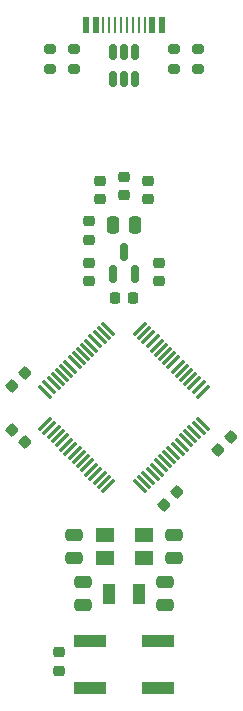
<source format=gbr>
%TF.GenerationSoftware,KiCad,Pcbnew,7.0.2*%
%TF.CreationDate,2023-06-24T23:52:28+10:00*%
%TF.ProjectId,keyboard,6b657962-6f61-4726-942e-6b696361645f,v1.0.0*%
%TF.SameCoordinates,Original*%
%TF.FileFunction,Paste,Top*%
%TF.FilePolarity,Positive*%
%FSLAX46Y46*%
G04 Gerber Fmt 4.6, Leading zero omitted, Abs format (unit mm)*
G04 Created by KiCad (PCBNEW 7.0.2) date 2023-06-24 23:52:28*
%MOMM*%
%LPD*%
G01*
G04 APERTURE LIST*
G04 Aperture macros list*
%AMRoundRect*
0 Rectangle with rounded corners*
0 $1 Rounding radius*
0 $2 $3 $4 $5 $6 $7 $8 $9 X,Y pos of 4 corners*
0 Add a 4 corners polygon primitive as box body*
4,1,4,$2,$3,$4,$5,$6,$7,$8,$9,$2,$3,0*
0 Add four circle primitives for the rounded corners*
1,1,$1+$1,$2,$3*
1,1,$1+$1,$4,$5*
1,1,$1+$1,$6,$7*
1,1,$1+$1,$8,$9*
0 Add four rect primitives between the rounded corners*
20,1,$1+$1,$2,$3,$4,$5,0*
20,1,$1+$1,$4,$5,$6,$7,0*
20,1,$1+$1,$6,$7,$8,$9,0*
20,1,$1+$1,$8,$9,$2,$3,0*%
G04 Aperture macros list end*
%ADD10R,2.800000X1.000000*%
%ADD11RoundRect,0.225000X0.250000X-0.225000X0.250000X0.225000X-0.250000X0.225000X-0.250000X-0.225000X0*%
%ADD12R,1.000000X1.800000*%
%ADD13RoundRect,0.225000X-0.017678X0.335876X-0.335876X0.017678X0.017678X-0.335876X0.335876X-0.017678X0*%
%ADD14RoundRect,0.225000X0.017678X-0.335876X0.335876X-0.017678X-0.017678X0.335876X-0.335876X0.017678X0*%
%ADD15RoundRect,0.150000X-0.150000X0.512500X-0.150000X-0.512500X0.150000X-0.512500X0.150000X0.512500X0*%
%ADD16RoundRect,0.150000X0.150000X-0.587500X0.150000X0.587500X-0.150000X0.587500X-0.150000X-0.587500X0*%
%ADD17RoundRect,0.250000X0.475000X-0.250000X0.475000X0.250000X-0.475000X0.250000X-0.475000X-0.250000X0*%
%ADD18RoundRect,0.200000X-0.275000X0.200000X-0.275000X-0.200000X0.275000X-0.200000X0.275000X0.200000X0*%
%ADD19RoundRect,0.075000X-0.441942X-0.548008X0.548008X0.441942X0.441942X0.548008X-0.548008X-0.441942X0*%
%ADD20RoundRect,0.075000X0.441942X-0.548008X0.548008X-0.441942X-0.441942X0.548008X-0.548008X0.441942X0*%
%ADD21RoundRect,0.250000X-0.475000X0.250000X-0.475000X-0.250000X0.475000X-0.250000X0.475000X0.250000X0*%
%ADD22RoundRect,0.225000X0.335876X0.017678X0.017678X0.335876X-0.335876X-0.017678X-0.017678X-0.335876X0*%
%ADD23RoundRect,0.225000X-0.250000X0.225000X-0.250000X-0.225000X0.250000X-0.225000X0.250000X0.225000X0*%
%ADD24RoundRect,0.225000X0.225000X0.250000X-0.225000X0.250000X-0.225000X-0.250000X0.225000X-0.250000X0*%
%ADD25RoundRect,0.250000X0.250000X0.475000X-0.250000X0.475000X-0.250000X-0.475000X0.250000X-0.475000X0*%
%ADD26R,0.250000X1.450000*%
%ADD27R,0.300000X1.450000*%
%ADD28RoundRect,0.218750X-0.256250X0.218750X-0.256250X-0.218750X0.256250X-0.218750X0.256250X0.218750X0*%
%ADD29R,1.600000X1.300000*%
G04 APERTURE END LIST*
D10*
%TO.C,SW43*%
X202899987Y-123750000D03*
X197099987Y-123750000D03*
X202899987Y-119750000D03*
X197099987Y-119750000D03*
%TD*%
D11*
%TO.C,C17*%
X194500000Y-120725000D03*
X194500000Y-122275000D03*
%TD*%
D12*
%TO.C,Y2*%
X198750000Y-115750000D03*
X201250000Y-115750000D03*
%TD*%
D13*
%TO.C,C10*%
X191648008Y-97051992D03*
X190551992Y-98148008D03*
%TD*%
D14*
%TO.C,C12*%
X203351992Y-108248008D03*
X204448008Y-107151992D03*
%TD*%
D15*
%TO.C,U2*%
X200950002Y-69862500D03*
X200000002Y-69862500D03*
X199050002Y-69862500D03*
X199050002Y-72137500D03*
X200000002Y-72137500D03*
X200950002Y-72137500D03*
%TD*%
D16*
%TO.C,U1*%
X199050000Y-88687500D03*
X200950000Y-88687500D03*
X200000000Y-86812500D03*
%TD*%
D17*
%TO.C,C6*%
X195750000Y-112700000D03*
X195750000Y-110800000D03*
%TD*%
D18*
%TO.C,R3*%
X195750000Y-69675000D03*
X195750000Y-71325000D03*
%TD*%
D11*
%TO.C,C2*%
X202000000Y-82370000D03*
X202000000Y-80820000D03*
%TD*%
D19*
%TO.C,U3*%
X193335519Y-101361181D03*
X193689072Y-101714734D03*
X194042625Y-102068287D03*
X194396179Y-102421841D03*
X194749732Y-102775394D03*
X195103286Y-103128948D03*
X195456839Y-103482501D03*
X195810392Y-103836054D03*
X196163946Y-104189608D03*
X196517499Y-104543161D03*
X196871052Y-104896714D03*
X197224606Y-105250268D03*
X197578159Y-105603821D03*
X197931713Y-105957375D03*
X198285266Y-106310928D03*
X198638819Y-106664481D03*
D20*
X201361181Y-106664481D03*
X201714734Y-106310928D03*
X202068287Y-105957375D03*
X202421841Y-105603821D03*
X202775394Y-105250268D03*
X203128948Y-104896714D03*
X203482501Y-104543161D03*
X203836054Y-104189608D03*
X204189608Y-103836054D03*
X204543161Y-103482501D03*
X204896714Y-103128948D03*
X205250268Y-102775394D03*
X205603821Y-102421841D03*
X205957375Y-102068287D03*
X206310928Y-101714734D03*
X206664481Y-101361181D03*
D19*
X206664481Y-98638819D03*
X206310928Y-98285266D03*
X205957375Y-97931713D03*
X205603821Y-97578159D03*
X205250268Y-97224606D03*
X204896714Y-96871052D03*
X204543161Y-96517499D03*
X204189608Y-96163946D03*
X203836054Y-95810392D03*
X203482501Y-95456839D03*
X203128948Y-95103286D03*
X202775394Y-94749732D03*
X202421841Y-94396179D03*
X202068287Y-94042625D03*
X201714734Y-93689072D03*
X201361181Y-93335519D03*
D20*
X198638819Y-93335519D03*
X198285266Y-93689072D03*
X197931713Y-94042625D03*
X197578159Y-94396179D03*
X197224606Y-94749732D03*
X196871052Y-95103286D03*
X196517499Y-95456839D03*
X196163946Y-95810392D03*
X195810392Y-96163946D03*
X195456839Y-96517499D03*
X195103286Y-96871052D03*
X194749732Y-97224606D03*
X194396179Y-97578159D03*
X194042625Y-97931713D03*
X193689072Y-98285266D03*
X193335519Y-98638819D03*
%TD*%
D21*
%TO.C,C8*%
X204250000Y-110800000D03*
X204250000Y-112700000D03*
%TD*%
D11*
%TO.C,C16*%
X203000000Y-89275000D03*
X203000000Y-87725000D03*
%TD*%
D18*
%TO.C,R4*%
X193750000Y-69675000D03*
X193750000Y-71325000D03*
%TD*%
%TO.C,R2*%
X206250000Y-69675000D03*
X206250000Y-71325000D03*
%TD*%
D22*
%TO.C,C11*%
X191648008Y-102948008D03*
X190551992Y-101851992D03*
%TD*%
D18*
%TO.C,R1*%
X204250000Y-69675000D03*
X204250000Y-71325000D03*
%TD*%
D23*
%TO.C,C1*%
X198000000Y-80820000D03*
X198000000Y-82370000D03*
%TD*%
D24*
%TO.C,C13*%
X200775000Y-90750000D03*
X199225000Y-90750000D03*
%TD*%
D21*
%TO.C,C7*%
X196500000Y-114800000D03*
X196500000Y-116700000D03*
%TD*%
D23*
%TO.C,C5*%
X197000000Y-87725000D03*
X197000000Y-89275000D03*
%TD*%
D25*
%TO.C,C3*%
X200950000Y-84500000D03*
X199050000Y-84500000D03*
%TD*%
D21*
%TO.C,C9*%
X203500000Y-114800000D03*
X203500000Y-116700000D03*
%TD*%
D26*
%TO.C,J1*%
X203375000Y-67600000D03*
X202575000Y-67600000D03*
X201250000Y-67600000D03*
X200250000Y-67600000D03*
X199750000Y-67600000D03*
X198750000Y-67600000D03*
X197425000Y-67600000D03*
X196625000Y-67600000D03*
D27*
X196900000Y-67600000D03*
X197700000Y-67600000D03*
D26*
X198250000Y-67600000D03*
X199250000Y-67600000D03*
X200750000Y-67600000D03*
X201750000Y-67600000D03*
D27*
X202300000Y-67600000D03*
X203100000Y-67600000D03*
%TD*%
D28*
%TO.C,FB1*%
X200000000Y-80462500D03*
X200000000Y-82037500D03*
%TD*%
D29*
%TO.C,Y1*%
X198350000Y-112750000D03*
X201650000Y-112750000D03*
X201650000Y-110750000D03*
X198350000Y-110750000D03*
%TD*%
D11*
%TO.C,C4*%
X197000000Y-85775000D03*
X197000000Y-84225000D03*
%TD*%
D14*
%TO.C,C14*%
X207951992Y-103548008D03*
X209048008Y-102451992D03*
%TD*%
M02*

</source>
